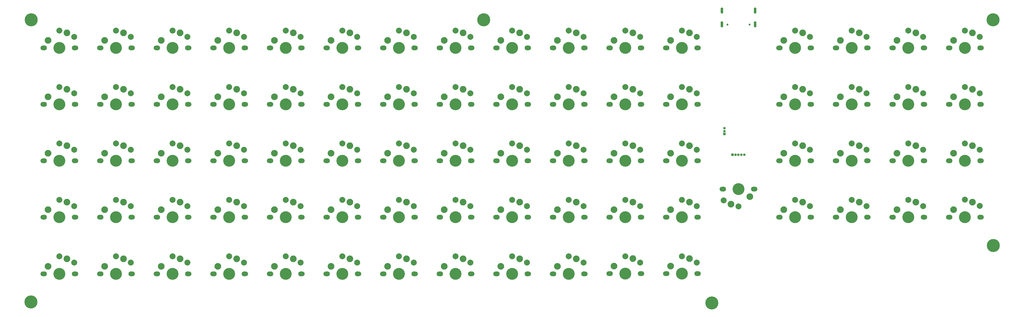
<source format=gbr>
%TF.GenerationSoftware,KiCad,Pcbnew,8.0.2*%
%TF.CreationDate,2024-05-15T22:22:56+01:00*%
%TF.ProjectId,Phoenixia,50686f65-6e69-4786-9961-2e6b69636164,1*%
%TF.SameCoordinates,Original*%
%TF.FileFunction,Soldermask,Top*%
%TF.FilePolarity,Negative*%
%FSLAX46Y46*%
G04 Gerber Fmt 4.6, Leading zero omitted, Abs format (unit mm)*
G04 Created by KiCad (PCBNEW 8.0.2) date 2024-05-15 22:22:56*
%MOMM*%
%LPD*%
G01*
G04 APERTURE LIST*
%ADD10C,4.400000*%
%ADD11C,1.700000*%
%ADD12C,1.750000*%
%ADD13C,4.000000*%
%ADD14C,2.250000*%
%ADD15C,2.000000*%
%ADD16O,2.250000X2.250000*%
%ADD17R,0.850000X0.850000*%
%ADD18O,0.850000X0.850000*%
%ADD19C,0.650000*%
%ADD20O,0.900000X2.100000*%
G04 APERTURE END LIST*
D10*
%TO.C,H3*%
X127250000Y-126450000D03*
%TD*%
D11*
%TO.C,K49*%
X150360000Y-97840000D03*
D12*
X150780000Y-97840000D03*
D13*
X155860000Y-97840000D03*
D12*
X160940000Y-97840000D03*
D11*
X161360000Y-97840000D03*
D14*
X158400000Y-92760000D03*
D15*
X160860000Y-94040000D03*
D16*
X152050000Y-95300000D03*
D15*
X155860000Y-91940000D03*
%TD*%
D11*
%TO.C,K58*%
X321810000Y-97840000D03*
D12*
X322230000Y-97840000D03*
D13*
X327310000Y-97840000D03*
D12*
X332390000Y-97840000D03*
D11*
X332810000Y-97840000D03*
D14*
X329850000Y-92760000D03*
D15*
X332310000Y-94040000D03*
D16*
X323500000Y-95300000D03*
D15*
X327310000Y-91940000D03*
%TD*%
D11*
%TO.C,K22*%
X245610000Y-59740000D03*
D12*
X246030000Y-59740000D03*
D13*
X251110000Y-59740000D03*
D12*
X256190000Y-59740000D03*
D11*
X256610000Y-59740000D03*
D14*
X253650000Y-54660000D03*
D15*
X256110000Y-55940000D03*
D16*
X247300000Y-57200000D03*
D15*
X251110000Y-53840000D03*
%TD*%
D10*
%TO.C,H3*%
X451100000Y-31150000D03*
%TD*%
D11*
%TO.C,K26*%
X321810000Y-59740000D03*
D12*
X322230000Y-59740000D03*
D13*
X327310000Y-59740000D03*
D12*
X332390000Y-59740000D03*
D11*
X332810000Y-59740000D03*
D14*
X329850000Y-54660000D03*
D15*
X332310000Y-55940000D03*
D16*
X323500000Y-57200000D03*
D15*
X327310000Y-53840000D03*
%TD*%
D10*
%TO.C,H3*%
X451150000Y-107400000D03*
%TD*%
D11*
%TO.C,K74*%
X321810000Y-116890000D03*
D12*
X322230000Y-116890000D03*
D13*
X327310000Y-116890000D03*
D12*
X332390000Y-116890000D03*
D11*
X332810000Y-116890000D03*
D14*
X329850000Y-111810000D03*
D15*
X332310000Y-113090000D03*
D16*
X323500000Y-114350000D03*
D15*
X327310000Y-110990000D03*
%TD*%
D11*
%TO.C,K33*%
X150360000Y-78790000D03*
D12*
X150780000Y-78790000D03*
D13*
X155860000Y-78790000D03*
D12*
X160940000Y-78790000D03*
D11*
X161360000Y-78790000D03*
D14*
X158400000Y-73710000D03*
D15*
X160860000Y-74990000D03*
D16*
X152050000Y-76250000D03*
D15*
X155860000Y-72890000D03*
%TD*%
D11*
%TO.C,K16*%
X131310000Y-59740000D03*
D12*
X131730000Y-59740000D03*
D13*
X136810000Y-59740000D03*
D12*
X141890000Y-59740000D03*
D11*
X142310000Y-59740000D03*
D14*
X139350000Y-54660000D03*
D15*
X141810000Y-55940000D03*
D16*
X133000000Y-57200000D03*
D15*
X136810000Y-53840000D03*
%TD*%
D10*
%TO.C,H3*%
X127300000Y-31200000D03*
%TD*%
D11*
%TO.C,K34*%
X169410000Y-78790000D03*
D12*
X169830000Y-78790000D03*
D13*
X174910000Y-78790000D03*
D12*
X179990000Y-78790000D03*
D11*
X180410000Y-78790000D03*
D14*
X177450000Y-73710000D03*
D15*
X179910000Y-74990000D03*
D16*
X171100000Y-76250000D03*
D15*
X174910000Y-72890000D03*
%TD*%
D11*
%TO.C,K14*%
X417060000Y-40690000D03*
D12*
X417480000Y-40690000D03*
D13*
X422560000Y-40690000D03*
D12*
X427640000Y-40690000D03*
D11*
X428060000Y-40690000D03*
D14*
X425100000Y-35610000D03*
D15*
X427560000Y-36890000D03*
D16*
X418750000Y-38150000D03*
D15*
X422560000Y-34790000D03*
%TD*%
D11*
%TO.C,K0*%
X131310000Y-40690000D03*
D12*
X131730000Y-40690000D03*
D13*
X136810000Y-40690000D03*
D12*
X141890000Y-40690000D03*
D11*
X142310000Y-40690000D03*
D14*
X139350000Y-35610000D03*
D15*
X141810000Y-36890000D03*
D16*
X133000000Y-38150000D03*
D15*
X136810000Y-34790000D03*
%TD*%
D11*
%TO.C,K11*%
X340860000Y-40690000D03*
D12*
X341280000Y-40690000D03*
D13*
X346360000Y-40690000D03*
D12*
X351440000Y-40690000D03*
D11*
X351860000Y-40690000D03*
D14*
X348900000Y-35610000D03*
D15*
X351360000Y-36890000D03*
D16*
X342550000Y-38150000D03*
D15*
X346360000Y-34790000D03*
%TD*%
D11*
%TO.C,K30*%
X417060000Y-59740000D03*
D12*
X417480000Y-59740000D03*
D13*
X422560000Y-59740000D03*
D12*
X427640000Y-59740000D03*
D11*
X428060000Y-59740000D03*
D14*
X425100000Y-54660000D03*
D15*
X427560000Y-55940000D03*
D16*
X418750000Y-57200000D03*
D15*
X422560000Y-53840000D03*
%TD*%
D11*
%TO.C,K13*%
X398010000Y-40690000D03*
D12*
X398430000Y-40690000D03*
D13*
X403510000Y-40690000D03*
D12*
X408590000Y-40690000D03*
D11*
X409010000Y-40690000D03*
D14*
X406050000Y-35610000D03*
D15*
X408510000Y-36890000D03*
D16*
X399700000Y-38150000D03*
D15*
X403510000Y-34790000D03*
%TD*%
D11*
%TO.C,K46*%
X417060000Y-78790000D03*
D12*
X417480000Y-78790000D03*
D13*
X422560000Y-78790000D03*
D12*
X427640000Y-78790000D03*
D11*
X428060000Y-78790000D03*
D14*
X425100000Y-73710000D03*
D15*
X427560000Y-74990000D03*
D16*
X418750000Y-76250000D03*
D15*
X422560000Y-72890000D03*
%TD*%
D11*
%TO.C,K66*%
X169385000Y-116900000D03*
D12*
X169805000Y-116900000D03*
D13*
X174885000Y-116900000D03*
D12*
X179965000Y-116900000D03*
D11*
X180385000Y-116900000D03*
D14*
X177425000Y-111820000D03*
D15*
X179885000Y-113100000D03*
D16*
X171075000Y-114360000D03*
D15*
X174885000Y-111000000D03*
%TD*%
D11*
%TO.C,K36*%
X207510000Y-78790000D03*
D12*
X207930000Y-78790000D03*
D13*
X213010000Y-78790000D03*
D12*
X218090000Y-78790000D03*
D11*
X218510000Y-78790000D03*
D14*
X215550000Y-73710000D03*
D15*
X218010000Y-74990000D03*
D16*
X209200000Y-76250000D03*
D15*
X213010000Y-72890000D03*
%TD*%
D11*
%TO.C,K6*%
X245610000Y-40690000D03*
D12*
X246030000Y-40690000D03*
D13*
X251110000Y-40690000D03*
D12*
X256190000Y-40690000D03*
D11*
X256610000Y-40690000D03*
D14*
X253650000Y-35610000D03*
D15*
X256110000Y-36890000D03*
D16*
X247300000Y-38150000D03*
D15*
X251110000Y-34790000D03*
%TD*%
D11*
%TO.C,K10*%
X321810000Y-40690000D03*
D12*
X322230000Y-40690000D03*
D13*
X327310000Y-40690000D03*
D12*
X332390000Y-40690000D03*
D11*
X332810000Y-40690000D03*
D14*
X329850000Y-35610000D03*
D15*
X332310000Y-36890000D03*
D16*
X323500000Y-38150000D03*
D15*
X327310000Y-34790000D03*
%TD*%
D11*
%TO.C,K27*%
X340860000Y-59740000D03*
D12*
X341280000Y-59740000D03*
D13*
X346360000Y-59740000D03*
D12*
X351440000Y-59740000D03*
D11*
X351860000Y-59740000D03*
D14*
X348900000Y-54660000D03*
D15*
X351360000Y-55940000D03*
D16*
X342550000Y-57200000D03*
D15*
X346360000Y-53840000D03*
%TD*%
D11*
%TO.C,K52*%
X207510000Y-97840000D03*
D12*
X207930000Y-97840000D03*
D13*
X213010000Y-97840000D03*
D12*
X218090000Y-97840000D03*
D11*
X218510000Y-97840000D03*
D14*
X215550000Y-92760000D03*
D15*
X218010000Y-94040000D03*
D16*
X209200000Y-95300000D03*
D15*
X213010000Y-91940000D03*
%TD*%
D11*
%TO.C,K29*%
X398010000Y-59740000D03*
D12*
X398430000Y-59740000D03*
D13*
X403510000Y-59740000D03*
D12*
X408590000Y-59740000D03*
D11*
X409010000Y-59740000D03*
D14*
X406050000Y-54660000D03*
D15*
X408510000Y-55940000D03*
D16*
X399700000Y-57200000D03*
D15*
X403510000Y-53840000D03*
%TD*%
D11*
%TO.C,K72*%
X283685000Y-116900000D03*
D12*
X284105000Y-116900000D03*
D13*
X289185000Y-116900000D03*
D12*
X294265000Y-116900000D03*
D11*
X294685000Y-116900000D03*
D14*
X291725000Y-111820000D03*
D15*
X294185000Y-113100000D03*
D16*
X285375000Y-114360000D03*
D15*
X289185000Y-111000000D03*
%TD*%
D11*
%TO.C,K44*%
X378960000Y-78790000D03*
D12*
X379380000Y-78790000D03*
D13*
X384460000Y-78790000D03*
D12*
X389540000Y-78790000D03*
D11*
X389960000Y-78790000D03*
D14*
X387000000Y-73710000D03*
D15*
X389460000Y-74990000D03*
D16*
X380650000Y-76250000D03*
D15*
X384460000Y-72890000D03*
%TD*%
D10*
%TO.C,H3*%
X279675000Y-31175000D03*
%TD*%
D11*
%TO.C,K37*%
X226560000Y-78790000D03*
D12*
X226980000Y-78790000D03*
D13*
X232060000Y-78790000D03*
D12*
X237140000Y-78790000D03*
D11*
X237560000Y-78790000D03*
D14*
X234600000Y-73710000D03*
D15*
X237060000Y-74990000D03*
D16*
X228250000Y-76250000D03*
D15*
X232060000Y-72890000D03*
%TD*%
D11*
%TO.C,K23*%
X264660000Y-59740000D03*
D12*
X265080000Y-59740000D03*
D13*
X270160000Y-59740000D03*
D12*
X275240000Y-59740000D03*
D11*
X275660000Y-59740000D03*
D14*
X272700000Y-54660000D03*
D15*
X275160000Y-55940000D03*
D16*
X266350000Y-57200000D03*
D15*
X270160000Y-53840000D03*
%TD*%
D11*
%TO.C,K55*%
X264660000Y-97840000D03*
D12*
X265080000Y-97840000D03*
D13*
X270160000Y-97840000D03*
D12*
X275240000Y-97840000D03*
D11*
X275660000Y-97840000D03*
D14*
X272700000Y-92760000D03*
D15*
X275160000Y-94040000D03*
D16*
X266350000Y-95300000D03*
D15*
X270160000Y-91940000D03*
%TD*%
D11*
%TO.C,K38*%
X245610000Y-78790000D03*
D12*
X246030000Y-78790000D03*
D13*
X251110000Y-78790000D03*
D12*
X256190000Y-78790000D03*
D11*
X256610000Y-78790000D03*
D14*
X253650000Y-73710000D03*
D15*
X256110000Y-74990000D03*
D16*
X247300000Y-76250000D03*
D15*
X251110000Y-72890000D03*
%TD*%
D11*
%TO.C,K20*%
X207510000Y-59740000D03*
D12*
X207930000Y-59740000D03*
D13*
X213010000Y-59740000D03*
D12*
X218090000Y-59740000D03*
D11*
X218510000Y-59740000D03*
D14*
X215550000Y-54660000D03*
D15*
X218010000Y-55940000D03*
D16*
X209200000Y-57200000D03*
D15*
X213010000Y-53840000D03*
%TD*%
D11*
%TO.C,K21*%
X226560000Y-59740000D03*
D12*
X226980000Y-59740000D03*
D13*
X232060000Y-59740000D03*
D12*
X237140000Y-59740000D03*
D11*
X237560000Y-59740000D03*
D14*
X234600000Y-54660000D03*
D15*
X237060000Y-55940000D03*
D16*
X228250000Y-57200000D03*
D15*
X232060000Y-53840000D03*
%TD*%
D17*
%TO.C,REF\u002A\u002A*%
X363375000Y-76700000D03*
D18*
X364375000Y-76700000D03*
X365375000Y-76700000D03*
X366375000Y-76700000D03*
X367375000Y-76700000D03*
%TD*%
D11*
%TO.C,K56*%
X283710000Y-97840000D03*
D12*
X284130000Y-97840000D03*
D13*
X289210000Y-97840000D03*
D12*
X294290000Y-97840000D03*
D11*
X294710000Y-97840000D03*
D14*
X291750000Y-92760000D03*
D15*
X294210000Y-94040000D03*
D16*
X285400000Y-95300000D03*
D15*
X289210000Y-91940000D03*
%TD*%
D11*
%TO.C,K73*%
X302735000Y-116900000D03*
D12*
X303155000Y-116900000D03*
D13*
X308235000Y-116900000D03*
D12*
X313315000Y-116900000D03*
D11*
X313735000Y-116900000D03*
D14*
X310775000Y-111820000D03*
D15*
X313235000Y-113100000D03*
D16*
X304425000Y-114360000D03*
D15*
X308235000Y-111000000D03*
%TD*%
D11*
%TO.C,K28*%
X378960000Y-59740000D03*
D12*
X379380000Y-59740000D03*
D13*
X384460000Y-59740000D03*
D12*
X389540000Y-59740000D03*
D11*
X389960000Y-59740000D03*
D14*
X387000000Y-54660000D03*
D15*
X389460000Y-55940000D03*
D16*
X380650000Y-57200000D03*
D15*
X384460000Y-53840000D03*
%TD*%
D11*
%TO.C,K69*%
X226535000Y-116900000D03*
D12*
X226955000Y-116900000D03*
D13*
X232035000Y-116900000D03*
D12*
X237115000Y-116900000D03*
D11*
X237535000Y-116900000D03*
D14*
X234575000Y-111820000D03*
D15*
X237035000Y-113100000D03*
D16*
X228225000Y-114360000D03*
D15*
X232035000Y-111000000D03*
%TD*%
D11*
%TO.C,K62*%
X417060000Y-97840000D03*
D12*
X417480000Y-97840000D03*
D13*
X422560000Y-97840000D03*
D12*
X427640000Y-97840000D03*
D11*
X428060000Y-97840000D03*
D14*
X425100000Y-92760000D03*
D15*
X427560000Y-94040000D03*
D16*
X418750000Y-95300000D03*
D15*
X422560000Y-91940000D03*
%TD*%
D11*
%TO.C,K54*%
X245610000Y-97840000D03*
D12*
X246030000Y-97840000D03*
D13*
X251110000Y-97840000D03*
D12*
X256190000Y-97840000D03*
D11*
X256610000Y-97840000D03*
D14*
X253650000Y-92760000D03*
D15*
X256110000Y-94040000D03*
D16*
X247300000Y-95300000D03*
D15*
X251110000Y-91940000D03*
%TD*%
D11*
%TO.C,K68*%
X207485000Y-116900000D03*
D12*
X207905000Y-116900000D03*
D13*
X212985000Y-116900000D03*
D12*
X218065000Y-116900000D03*
D11*
X218485000Y-116900000D03*
D14*
X215525000Y-111820000D03*
D15*
X217985000Y-113100000D03*
D16*
X209175000Y-114360000D03*
D15*
X212985000Y-111000000D03*
%TD*%
D11*
%TO.C,K24*%
X283710000Y-59740000D03*
D12*
X284130000Y-59740000D03*
D13*
X289210000Y-59740000D03*
D12*
X294290000Y-59740000D03*
D11*
X294710000Y-59740000D03*
D14*
X291750000Y-54660000D03*
D15*
X294210000Y-55940000D03*
D16*
X285400000Y-57200000D03*
D15*
X289210000Y-53840000D03*
%TD*%
D11*
%TO.C,K18*%
X169410000Y-59740000D03*
D12*
X169830000Y-59740000D03*
D13*
X174910000Y-59740000D03*
D12*
X179990000Y-59740000D03*
D11*
X180410000Y-59740000D03*
D14*
X177450000Y-54660000D03*
D15*
X179910000Y-55940000D03*
D16*
X171100000Y-57200000D03*
D15*
X174910000Y-53840000D03*
%TD*%
D11*
%TO.C,K4*%
X207510000Y-40690000D03*
D12*
X207930000Y-40690000D03*
D13*
X213010000Y-40690000D03*
D12*
X218090000Y-40690000D03*
D11*
X218510000Y-40690000D03*
D14*
X215550000Y-35610000D03*
D15*
X218010000Y-36890000D03*
D16*
X209200000Y-38150000D03*
D15*
X213010000Y-34790000D03*
%TD*%
D11*
%TO.C,K64*%
X131285000Y-116900000D03*
D12*
X131705000Y-116900000D03*
D13*
X136785000Y-116900000D03*
D12*
X141865000Y-116900000D03*
D11*
X142285000Y-116900000D03*
D14*
X139325000Y-111820000D03*
D15*
X141785000Y-113100000D03*
D16*
X132975000Y-114360000D03*
D15*
X136785000Y-111000000D03*
%TD*%
D11*
%TO.C,K12*%
X378960000Y-40690000D03*
D12*
X379380000Y-40690000D03*
D13*
X384460000Y-40690000D03*
D12*
X389540000Y-40690000D03*
D11*
X389960000Y-40690000D03*
D14*
X387000000Y-35610000D03*
D15*
X389460000Y-36890000D03*
D16*
X380650000Y-38150000D03*
D15*
X384460000Y-34790000D03*
%TD*%
D11*
%TO.C,K59*%
X340860000Y-97840000D03*
D12*
X341280000Y-97840000D03*
D13*
X346360000Y-97840000D03*
D12*
X351440000Y-97840000D03*
D11*
X351860000Y-97840000D03*
D14*
X348900000Y-92760000D03*
D15*
X351360000Y-94040000D03*
D16*
X342550000Y-95300000D03*
D15*
X346360000Y-91940000D03*
%TD*%
D11*
%TO.C,K42*%
X321810000Y-78790000D03*
D12*
X322230000Y-78790000D03*
D13*
X327310000Y-78790000D03*
D12*
X332390000Y-78790000D03*
D11*
X332810000Y-78790000D03*
D14*
X329850000Y-73710000D03*
D15*
X332310000Y-74990000D03*
D16*
X323500000Y-76250000D03*
D15*
X327310000Y-72890000D03*
%TD*%
D11*
%TO.C,K51*%
X188460000Y-97840000D03*
D12*
X188880000Y-97840000D03*
D13*
X193960000Y-97840000D03*
D12*
X199040000Y-97840000D03*
D11*
X199460000Y-97840000D03*
D14*
X196500000Y-92760000D03*
D15*
X198960000Y-94040000D03*
D16*
X190150000Y-95300000D03*
D15*
X193960000Y-91940000D03*
%TD*%
D11*
%TO.C,K2*%
X169410000Y-40690000D03*
D12*
X169830000Y-40690000D03*
D13*
X174910000Y-40690000D03*
D12*
X179990000Y-40690000D03*
D11*
X180410000Y-40690000D03*
D14*
X177450000Y-35610000D03*
D15*
X179910000Y-36890000D03*
D16*
X171100000Y-38150000D03*
D15*
X174910000Y-34790000D03*
%TD*%
D11*
%TO.C,K43*%
X340860000Y-78790000D03*
D12*
X341280000Y-78790000D03*
D13*
X346360000Y-78790000D03*
D12*
X351440000Y-78790000D03*
D11*
X351860000Y-78790000D03*
D14*
X348900000Y-73710000D03*
D15*
X351360000Y-74990000D03*
D16*
X342550000Y-76250000D03*
D15*
X346360000Y-72890000D03*
%TD*%
D11*
%TO.C,K67*%
X188435000Y-116900000D03*
D12*
X188855000Y-116900000D03*
D13*
X193935000Y-116900000D03*
D12*
X199015000Y-116900000D03*
D11*
X199435000Y-116900000D03*
D14*
X196475000Y-111820000D03*
D15*
X198935000Y-113100000D03*
D16*
X190125000Y-114360000D03*
D15*
X193935000Y-111000000D03*
%TD*%
D11*
%TO.C,K7*%
X264660000Y-40690000D03*
D12*
X265080000Y-40690000D03*
D13*
X270160000Y-40690000D03*
D12*
X275240000Y-40690000D03*
D11*
X275660000Y-40690000D03*
D14*
X272700000Y-35610000D03*
D15*
X275160000Y-36890000D03*
D16*
X266350000Y-38150000D03*
D15*
X270160000Y-34790000D03*
%TD*%
D11*
%TO.C,K75*%
X340860000Y-116890000D03*
D12*
X341280000Y-116890000D03*
D13*
X346360000Y-116890000D03*
D12*
X351440000Y-116890000D03*
D11*
X351860000Y-116890000D03*
D14*
X348900000Y-111810000D03*
D15*
X351360000Y-113090000D03*
D16*
X342550000Y-114350000D03*
D15*
X346360000Y-110990000D03*
%TD*%
D11*
%TO.C,K76*%
X370906350Y-88300000D03*
D12*
X370486350Y-88300000D03*
D13*
X365406350Y-88300000D03*
D12*
X360326350Y-88300000D03*
D11*
X359906350Y-88300000D03*
D14*
X362866350Y-93380000D03*
D15*
X360406350Y-92100000D03*
D16*
X369216350Y-90840000D03*
D15*
X365406350Y-94200000D03*
%TD*%
D11*
%TO.C,K19*%
X188460000Y-59740000D03*
D12*
X188880000Y-59740000D03*
D13*
X193960000Y-59740000D03*
D12*
X199040000Y-59740000D03*
D11*
X199460000Y-59740000D03*
D14*
X196500000Y-54660000D03*
D15*
X198960000Y-55940000D03*
D16*
X190150000Y-57200000D03*
D15*
X193960000Y-53840000D03*
%TD*%
D11*
%TO.C,K61*%
X398010000Y-97840000D03*
D12*
X398430000Y-97840000D03*
D13*
X403510000Y-97840000D03*
D12*
X408590000Y-97840000D03*
D11*
X409010000Y-97840000D03*
D14*
X406050000Y-92760000D03*
D15*
X408510000Y-94040000D03*
D16*
X399700000Y-95300000D03*
D15*
X403510000Y-91940000D03*
%TD*%
D11*
%TO.C,K31*%
X436110000Y-59740000D03*
D12*
X436530000Y-59740000D03*
D13*
X441610000Y-59740000D03*
D12*
X446690000Y-59740000D03*
D11*
X447110000Y-59740000D03*
D14*
X444150000Y-54660000D03*
D15*
X446610000Y-55940000D03*
D16*
X437800000Y-57200000D03*
D15*
X441610000Y-53840000D03*
%TD*%
D11*
%TO.C,K9*%
X302760000Y-40690000D03*
D12*
X303180000Y-40690000D03*
D13*
X308260000Y-40690000D03*
D12*
X313340000Y-40690000D03*
D11*
X313760000Y-40690000D03*
D14*
X310800000Y-35610000D03*
D15*
X313260000Y-36890000D03*
D16*
X304450000Y-38150000D03*
D15*
X308260000Y-34790000D03*
%TD*%
D11*
%TO.C,K65*%
X150335000Y-116900000D03*
D12*
X150755000Y-116900000D03*
D13*
X155835000Y-116900000D03*
D12*
X160915000Y-116900000D03*
D11*
X161335000Y-116900000D03*
D14*
X158375000Y-111820000D03*
D15*
X160835000Y-113100000D03*
D16*
X152025000Y-114360000D03*
D15*
X155835000Y-111000000D03*
%TD*%
D11*
%TO.C,K41*%
X302760000Y-78790000D03*
D12*
X303180000Y-78790000D03*
D13*
X308260000Y-78790000D03*
D12*
X313340000Y-78790000D03*
D11*
X313760000Y-78790000D03*
D14*
X310800000Y-73710000D03*
D15*
X313260000Y-74990000D03*
D16*
X304450000Y-76250000D03*
D15*
X308260000Y-72890000D03*
%TD*%
D11*
%TO.C,K35*%
X188460000Y-78790000D03*
D12*
X188880000Y-78790000D03*
D13*
X193960000Y-78790000D03*
D12*
X199040000Y-78790000D03*
D11*
X199460000Y-78790000D03*
D14*
X196500000Y-73710000D03*
D15*
X198960000Y-74990000D03*
D16*
X190150000Y-76250000D03*
D15*
X193960000Y-72890000D03*
%TD*%
D11*
%TO.C,K60*%
X378960000Y-97840000D03*
D12*
X379380000Y-97840000D03*
D13*
X384460000Y-97840000D03*
D12*
X389540000Y-97840000D03*
D11*
X389960000Y-97840000D03*
D14*
X387000000Y-92760000D03*
D15*
X389460000Y-94040000D03*
D16*
X380650000Y-95300000D03*
D15*
X384460000Y-91940000D03*
%TD*%
D11*
%TO.C,K45*%
X398010000Y-78790000D03*
D12*
X398430000Y-78790000D03*
D13*
X403510000Y-78790000D03*
D12*
X408590000Y-78790000D03*
D11*
X409010000Y-78790000D03*
D14*
X406050000Y-73710000D03*
D15*
X408510000Y-74990000D03*
D16*
X399700000Y-76250000D03*
D15*
X403510000Y-72890000D03*
%TD*%
D11*
%TO.C,K32*%
X131310000Y-78790000D03*
D12*
X131730000Y-78790000D03*
D13*
X136810000Y-78790000D03*
D12*
X141890000Y-78790000D03*
D11*
X142310000Y-78790000D03*
D14*
X139350000Y-73710000D03*
D15*
X141810000Y-74990000D03*
D16*
X133000000Y-76250000D03*
D15*
X136810000Y-72890000D03*
%TD*%
D11*
%TO.C,K48*%
X131310000Y-97840000D03*
D12*
X131730000Y-97840000D03*
D13*
X136810000Y-97840000D03*
D12*
X141890000Y-97840000D03*
D11*
X142310000Y-97840000D03*
D14*
X139350000Y-92760000D03*
D15*
X141810000Y-94040000D03*
D16*
X133000000Y-95300000D03*
D15*
X136810000Y-91940000D03*
%TD*%
D11*
%TO.C,K15*%
X436110000Y-40690000D03*
D12*
X436530000Y-40690000D03*
D13*
X441610000Y-40690000D03*
D12*
X446690000Y-40690000D03*
D11*
X447110000Y-40690000D03*
D14*
X444150000Y-35610000D03*
D15*
X446610000Y-36890000D03*
D16*
X437800000Y-38150000D03*
D15*
X441610000Y-34790000D03*
%TD*%
D11*
%TO.C,K71*%
X264635000Y-116900000D03*
D12*
X265055000Y-116900000D03*
D13*
X270135000Y-116900000D03*
D12*
X275215000Y-116900000D03*
D11*
X275635000Y-116900000D03*
D14*
X272675000Y-111820000D03*
D15*
X275135000Y-113100000D03*
D16*
X266325000Y-114360000D03*
D15*
X270135000Y-111000000D03*
%TD*%
D11*
%TO.C,K50*%
X169410000Y-97840000D03*
D12*
X169830000Y-97840000D03*
D13*
X174910000Y-97840000D03*
D12*
X179990000Y-97840000D03*
D11*
X180410000Y-97840000D03*
D14*
X177450000Y-92760000D03*
D15*
X179910000Y-94040000D03*
D16*
X171100000Y-95300000D03*
D15*
X174910000Y-91940000D03*
%TD*%
D11*
%TO.C,K53*%
X226560000Y-97840000D03*
D12*
X226980000Y-97840000D03*
D13*
X232060000Y-97840000D03*
D12*
X237140000Y-97840000D03*
D11*
X237560000Y-97840000D03*
D14*
X234600000Y-92760000D03*
D15*
X237060000Y-94040000D03*
D16*
X228250000Y-95300000D03*
D15*
X232060000Y-91940000D03*
%TD*%
D11*
%TO.C,K57*%
X302760000Y-97840000D03*
D12*
X303180000Y-97840000D03*
D13*
X308260000Y-97840000D03*
D12*
X313340000Y-97840000D03*
D11*
X313760000Y-97840000D03*
D14*
X310800000Y-92760000D03*
D15*
X313260000Y-94040000D03*
D16*
X304450000Y-95300000D03*
D15*
X308260000Y-91940000D03*
%TD*%
D11*
%TO.C,K39*%
X264660000Y-78790000D03*
D12*
X265080000Y-78790000D03*
D13*
X270160000Y-78790000D03*
D12*
X275240000Y-78790000D03*
D11*
X275660000Y-78790000D03*
D14*
X272700000Y-73710000D03*
D15*
X275160000Y-74990000D03*
D16*
X266350000Y-76250000D03*
D15*
X270160000Y-72890000D03*
%TD*%
D11*
%TO.C,K25*%
X302760000Y-59740000D03*
D12*
X303180000Y-59740000D03*
D13*
X308260000Y-59740000D03*
D12*
X313340000Y-59740000D03*
D11*
X313760000Y-59740000D03*
D14*
X310800000Y-54660000D03*
D15*
X313260000Y-55940000D03*
D16*
X304450000Y-57200000D03*
D15*
X308260000Y-53840000D03*
%TD*%
D11*
%TO.C,K17*%
X150360000Y-59740000D03*
D12*
X150780000Y-59740000D03*
D13*
X155860000Y-59740000D03*
D12*
X160940000Y-59740000D03*
D11*
X161360000Y-59740000D03*
D14*
X158400000Y-54660000D03*
D15*
X160860000Y-55940000D03*
D16*
X152050000Y-57200000D03*
D15*
X155860000Y-53840000D03*
%TD*%
D11*
%TO.C,K5*%
X226560000Y-40690000D03*
D12*
X226980000Y-40690000D03*
D13*
X232060000Y-40690000D03*
D12*
X237140000Y-40690000D03*
D11*
X237560000Y-40690000D03*
D14*
X234600000Y-35610000D03*
D15*
X237060000Y-36890000D03*
D16*
X228250000Y-38150000D03*
D15*
X232060000Y-34790000D03*
%TD*%
D11*
%TO.C,K1*%
X150360000Y-40690000D03*
D12*
X150780000Y-40690000D03*
D13*
X155860000Y-40690000D03*
D12*
X160940000Y-40690000D03*
D11*
X161360000Y-40690000D03*
D14*
X158400000Y-35610000D03*
D15*
X160860000Y-36890000D03*
D16*
X152050000Y-38150000D03*
D15*
X155860000Y-34790000D03*
%TD*%
D11*
%TO.C,K63*%
X436093650Y-97812700D03*
D12*
X436513650Y-97812700D03*
D13*
X441593650Y-97812700D03*
D12*
X446673650Y-97812700D03*
D11*
X447093650Y-97812700D03*
D14*
X444133650Y-92732700D03*
D15*
X446593650Y-94012700D03*
D16*
X437783650Y-95272700D03*
D15*
X441593650Y-91912700D03*
%TD*%
D11*
%TO.C,K8*%
X283710000Y-40690000D03*
D12*
X284130000Y-40690000D03*
D13*
X289210000Y-40690000D03*
D12*
X294290000Y-40690000D03*
D11*
X294710000Y-40690000D03*
D14*
X291750000Y-35610000D03*
D15*
X294210000Y-36890000D03*
D16*
X285400000Y-38150000D03*
D15*
X289210000Y-34790000D03*
%TD*%
D11*
%TO.C,K47*%
X436110000Y-78790000D03*
D12*
X436530000Y-78790000D03*
D13*
X441610000Y-78790000D03*
D12*
X446690000Y-78790000D03*
D11*
X447110000Y-78790000D03*
D14*
X444150000Y-73710000D03*
D15*
X446610000Y-74990000D03*
D16*
X437800000Y-76250000D03*
D15*
X441610000Y-72890000D03*
%TD*%
D11*
%TO.C,K40*%
X283710000Y-78790000D03*
D12*
X284130000Y-78790000D03*
D13*
X289210000Y-78790000D03*
D12*
X294290000Y-78790000D03*
D11*
X294710000Y-78790000D03*
D14*
X291750000Y-73710000D03*
D15*
X294210000Y-74990000D03*
D16*
X285400000Y-76250000D03*
D15*
X289210000Y-72890000D03*
%TD*%
D10*
%TO.C,H3*%
X356450000Y-126750000D03*
%TD*%
D11*
%TO.C,K70*%
X245585000Y-116900000D03*
D12*
X246005000Y-116900000D03*
D13*
X251085000Y-116900000D03*
D12*
X256165000Y-116900000D03*
D11*
X256585000Y-116900000D03*
D14*
X253625000Y-111820000D03*
D15*
X256085000Y-113100000D03*
D16*
X247275000Y-114360000D03*
D15*
X251085000Y-111000000D03*
%TD*%
D11*
%TO.C,K3*%
X188460000Y-40690000D03*
D12*
X188880000Y-40690000D03*
D13*
X193960000Y-40690000D03*
D12*
X199040000Y-40690000D03*
D11*
X199460000Y-40690000D03*
D14*
X196500000Y-35610000D03*
D15*
X198960000Y-36890000D03*
D16*
X190150000Y-38150000D03*
D15*
X193960000Y-34790000D03*
%TD*%
D19*
%TO.C,USB1*%
X361675000Y-32750000D03*
X369175000Y-32750000D03*
D20*
X359850000Y-28070000D03*
X359850000Y-32670000D03*
X371000000Y-28070000D03*
X371000000Y-32670000D03*
%TD*%
D17*
%TO.C,J5*%
X360675000Y-69725000D03*
D18*
X360675000Y-68725000D03*
X360675000Y-67725000D03*
%TD*%
M02*

</source>
